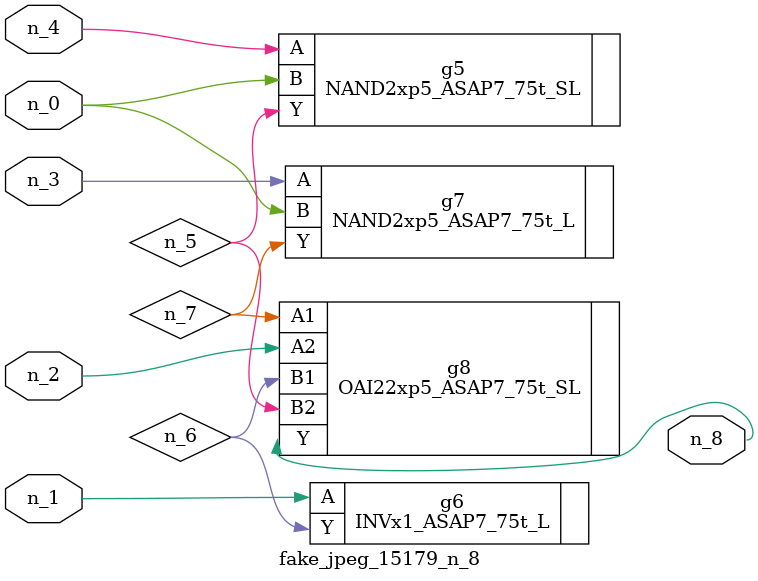
<source format=v>
module fake_jpeg_15179_n_8 (n_3, n_2, n_1, n_0, n_4, n_8);

input n_3;
input n_2;
input n_1;
input n_0;
input n_4;

output n_8;

wire n_6;
wire n_5;
wire n_7;

NAND2xp5_ASAP7_75t_SL g5 ( 
.A(n_4),
.B(n_0),
.Y(n_5)
);

INVx1_ASAP7_75t_L g6 ( 
.A(n_1),
.Y(n_6)
);

NAND2xp5_ASAP7_75t_L g7 ( 
.A(n_3),
.B(n_0),
.Y(n_7)
);

OAI22xp5_ASAP7_75t_SL g8 ( 
.A1(n_7),
.A2(n_2),
.B1(n_6),
.B2(n_5),
.Y(n_8)
);


endmodule
</source>
